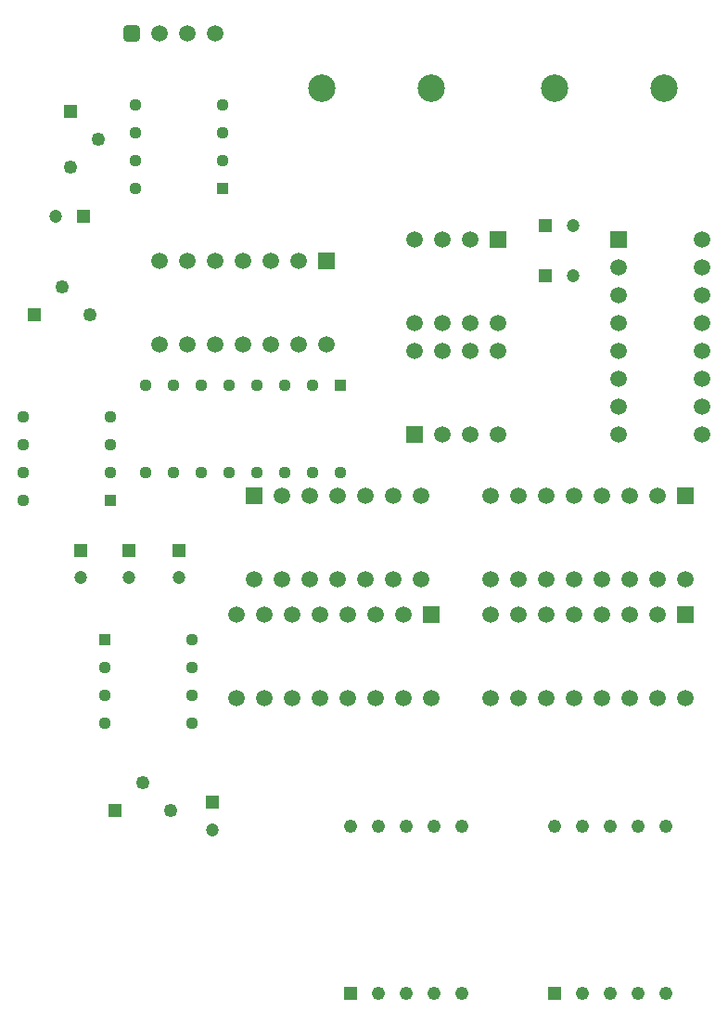
<source format=gbr>
%TF.GenerationSoftware,Altium Limited,Altium Designer,23.5.1 (21)*%
G04 Layer_Color=255*
%FSLAX45Y45*%
%MOMM*%
%TF.SameCoordinates,7ECB1A03-3DEC-426C-BD6E-5A7E68E82EE6*%
%TF.FilePolarity,Positive*%
%TF.FileFunction,Pads,Bot*%
%TF.Part,Single*%
G01*
G75*
%TA.AperFunction,ComponentPad*%
%ADD13R,1.50000X1.50000*%
%ADD14C,1.50000*%
%ADD15C,1.13000*%
%ADD16R,1.13000X1.13000*%
%ADD17R,1.13000X1.13000*%
%ADD18R,1.21800X1.21800*%
%ADD19C,1.21800*%
%ADD20C,1.20000*%
%ADD21R,1.20000X1.20000*%
%ADD22C,1.25000*%
%ADD23R,1.25000X1.25000*%
%ADD24R,1.25000X1.25000*%
%ADD25R,1.50000X1.50000*%
%ADD26R,1.20000X1.20000*%
%ADD27C,1.52000*%
G04:AMPARAMS|DCode=28|XSize=1.52mm|YSize=1.52mm|CornerRadius=0.38mm|HoleSize=0mm|Usage=FLASHONLY|Rotation=0.000|XOffset=0mm|YOffset=0mm|HoleType=Round|Shape=RoundedRectangle|*
%AMROUNDEDRECTD28*
21,1,1.52000,0.76000,0,0,0.0*
21,1,0.76000,1.52000,0,0,0.0*
1,1,0.76000,0.38000,-0.38000*
1,1,0.76000,-0.38000,-0.38000*
1,1,0.76000,-0.38000,0.38000*
1,1,0.76000,0.38000,0.38000*
%
%ADD28ROUNDEDRECTD28*%
%ADD29C,2.50000*%
D13*
X6400800Y3860800D02*
D03*
X2463800Y4940300D02*
D03*
X4076700Y3860800D02*
D03*
X3124200Y7086600D02*
D03*
X6400800Y4940300D02*
D03*
X3924300Y5496225D02*
D03*
X4686300Y7277100D02*
D03*
D14*
X6146800Y3860800D02*
D03*
X5892800D02*
D03*
X5638800D02*
D03*
X5384800D02*
D03*
X5130800D02*
D03*
X4876800D02*
D03*
X4622800D02*
D03*
X6400800Y3098800D02*
D03*
X6146800D02*
D03*
X5892800D02*
D03*
X5638800D02*
D03*
X5384800D02*
D03*
X5130800D02*
D03*
X4876800D02*
D03*
X4622800D02*
D03*
X3987800Y4178300D02*
D03*
X3733800D02*
D03*
X3479800D02*
D03*
X3225800D02*
D03*
X2971800D02*
D03*
X2717800D02*
D03*
X2463800D02*
D03*
X3987800Y4940300D02*
D03*
X3733800D02*
D03*
X3479800D02*
D03*
X3225800D02*
D03*
X2971800D02*
D03*
X2717800D02*
D03*
X3822700Y3860800D02*
D03*
X3568700D02*
D03*
X3314700D02*
D03*
X3060700D02*
D03*
X2806700D02*
D03*
X2552700D02*
D03*
X2298700D02*
D03*
X4076700Y3098800D02*
D03*
X3822700D02*
D03*
X3568700D02*
D03*
X3314700D02*
D03*
X3060700D02*
D03*
X2806700D02*
D03*
X2552700D02*
D03*
X2298700D02*
D03*
X2870200Y7086600D02*
D03*
X2616200D02*
D03*
X2362200D02*
D03*
X2108200D02*
D03*
X1854200D02*
D03*
X1600200D02*
D03*
X3124200Y6324600D02*
D03*
X2870200D02*
D03*
X2616200D02*
D03*
X2362200D02*
D03*
X2108200D02*
D03*
X1854200D02*
D03*
X1600200D02*
D03*
X5791200Y7023100D02*
D03*
Y6769100D02*
D03*
Y6515100D02*
D03*
Y6261100D02*
D03*
Y6007100D02*
D03*
Y5753100D02*
D03*
Y5499100D02*
D03*
X6553200Y7277100D02*
D03*
Y7023100D02*
D03*
Y6769100D02*
D03*
Y6515100D02*
D03*
Y6261100D02*
D03*
Y6007100D02*
D03*
Y5753100D02*
D03*
Y5499100D02*
D03*
X6146800Y4940300D02*
D03*
X5892800D02*
D03*
X5638800D02*
D03*
X5384800D02*
D03*
X5130800D02*
D03*
X4876800D02*
D03*
X4622800D02*
D03*
X6400800Y4178300D02*
D03*
X6146800D02*
D03*
X5892800D02*
D03*
X5638800D02*
D03*
X5384800D02*
D03*
X5130800D02*
D03*
X4876800D02*
D03*
X4622800D02*
D03*
X4686300Y6258225D02*
D03*
X4432300D02*
D03*
X4178300D02*
D03*
X3924300D02*
D03*
X4686300Y5496225D02*
D03*
X4432300D02*
D03*
X4178300D02*
D03*
X3924300Y6515100D02*
D03*
X4178300D02*
D03*
X4432300D02*
D03*
X4686300D02*
D03*
X3924300Y7277100D02*
D03*
X4178300D02*
D03*
X4432300D02*
D03*
D15*
X3246700Y5156200D02*
D03*
X2992700D02*
D03*
X2738700D02*
D03*
X2484700D02*
D03*
X2230700D02*
D03*
X1976700D02*
D03*
X1722700D02*
D03*
X1468700D02*
D03*
Y5950200D02*
D03*
X1722700D02*
D03*
X1976700D02*
D03*
X2230700D02*
D03*
X2484700D02*
D03*
X2738700D02*
D03*
X2992700D02*
D03*
X355600Y4902200D02*
D03*
Y5156200D02*
D03*
Y5410200D02*
D03*
Y5664200D02*
D03*
X1149600D02*
D03*
Y5410200D02*
D03*
Y5156200D02*
D03*
X1892300Y3632200D02*
D03*
Y3378200D02*
D03*
Y3124200D02*
D03*
Y2870200D02*
D03*
X1098300D02*
D03*
Y3124200D02*
D03*
Y3378200D02*
D03*
X1381000Y7747000D02*
D03*
Y8001000D02*
D03*
Y8255000D02*
D03*
Y8509000D02*
D03*
X2175000D02*
D03*
Y8255000D02*
D03*
Y8001000D02*
D03*
D16*
X3246700Y5950200D02*
D03*
D17*
X1149600Y4902200D02*
D03*
X1098300Y3632200D02*
D03*
X2175000Y7747000D02*
D03*
D18*
X3340100Y406400D02*
D03*
X5207000D02*
D03*
D19*
X3594100D02*
D03*
X3848100D02*
D03*
X4102100D02*
D03*
X4356100D02*
D03*
Y1930400D02*
D03*
X4102100D02*
D03*
X3848100D02*
D03*
X3594100D02*
D03*
X3340100D02*
D03*
X5461000Y406400D02*
D03*
X5715000D02*
D03*
X5969000D02*
D03*
X6223000D02*
D03*
Y1930400D02*
D03*
X5969000D02*
D03*
X5715000D02*
D03*
X5461000D02*
D03*
X5207000D02*
D03*
D20*
X2082800Y1896300D02*
D03*
X5370100Y7404100D02*
D03*
Y6946900D02*
D03*
X1778000Y4195000D02*
D03*
X1320800D02*
D03*
X876300D02*
D03*
X649700Y7493000D02*
D03*
D21*
X2082800Y2146300D02*
D03*
X1778000Y4445000D02*
D03*
X1320800D02*
D03*
X876300D02*
D03*
D22*
X965200Y6591300D02*
D03*
X711200Y6845300D02*
D03*
X787400Y7937500D02*
D03*
X1041400Y8191500D02*
D03*
X1701800Y2070100D02*
D03*
X1447800Y2324100D02*
D03*
D23*
X457200Y6591300D02*
D03*
X1193800Y2070100D02*
D03*
D24*
X787400Y8445500D02*
D03*
D25*
X5791200Y7277100D02*
D03*
D26*
X5120100Y7404100D02*
D03*
Y6946900D02*
D03*
X899700Y7493000D02*
D03*
D27*
X1600200Y9156700D02*
D03*
X1854200D02*
D03*
X2108200D02*
D03*
D28*
X1346200D02*
D03*
D29*
X4076700Y8661400D02*
D03*
X3076700D02*
D03*
X6202300D02*
D03*
X5202300D02*
D03*
%TF.MD5,8805f3f1baabd5a6f35e2579a695e4ed*%
M02*

</source>
